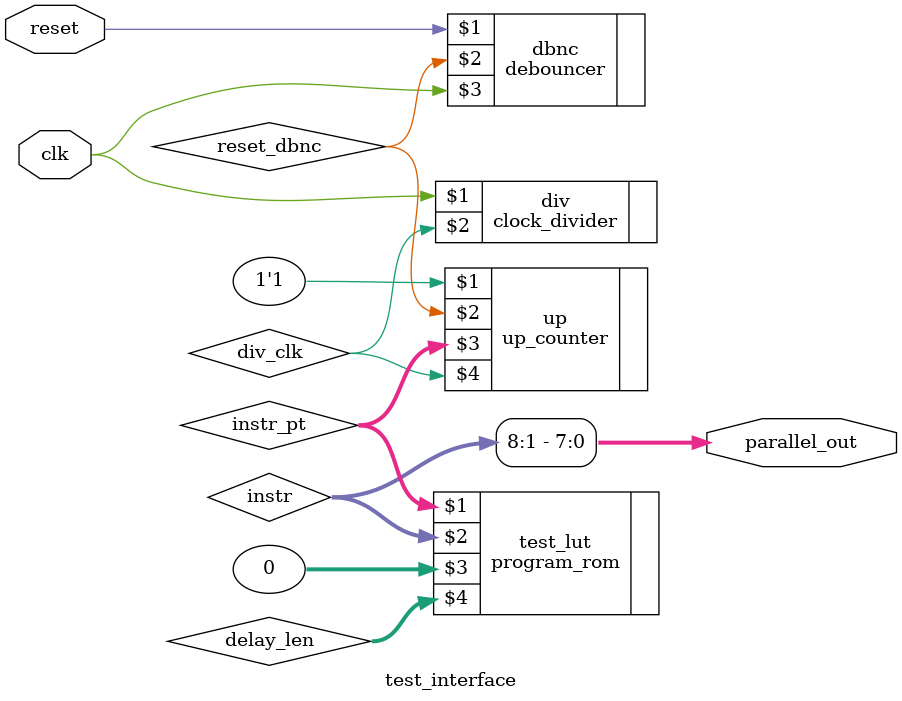
<source format=v>
`include "program_rom.v"
`include "common/clock_divider.v"
`include "common/debouncer.v"

module test_interface(clk, parallel_out, reset);

	input clk, reset;
	output [7:0] parallel_out;

	wire div_clk, reset_dbnc;
	wire [7:0] instr_pt;
	wire [31:0] delay_len;
	wire [11:0] instr;

	debouncer dbnc(reset, reset_dbnc, clk);

	assign parallel_out = instr[8:1];

	program_rom test_lut(instr_pt, instr, 0, delay_len);
	up_counter up(1'b1, reset_dbnc, instr_pt, div_clk);

	clock_divider #(8, 100) div(clk, div_clk);


endmodule // test_interface
</source>
